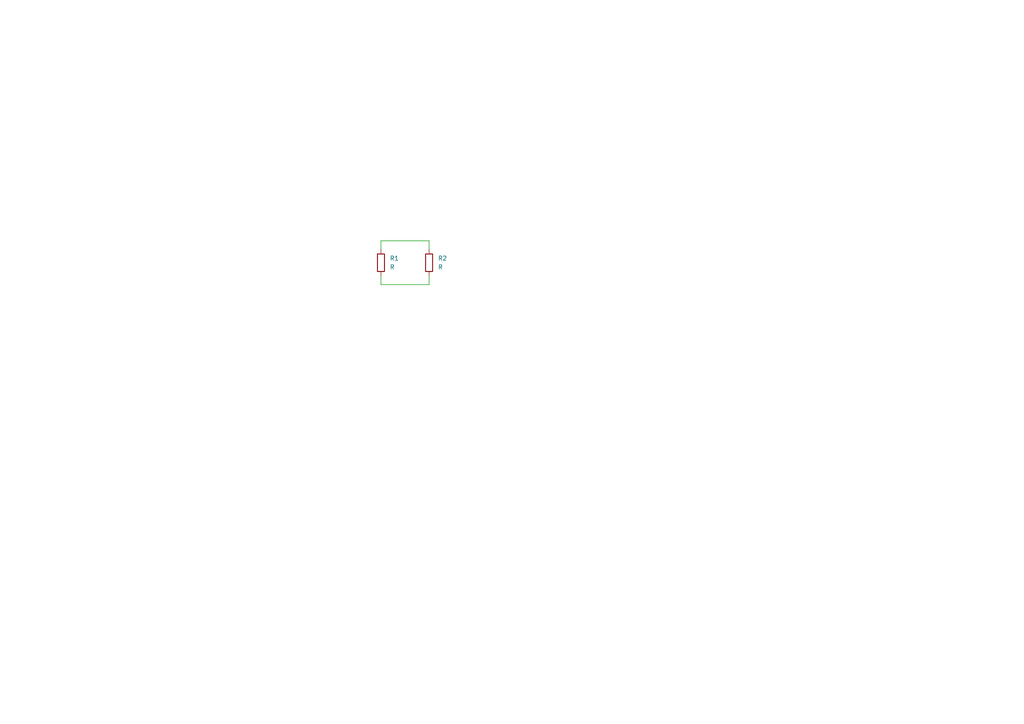
<source format=kicad_sch>
(kicad_sch (version 20250114) (generator "eeschema") (generator_version "9.0")
  (paper "A4")
  (lib_symbols
    (symbol "Device:R" (pin_numbers (hide yes)) (pin_names (offset 0))
      (property "Reference" "R" (at 2.032 0 90))
      (property "Value" "R" (at 0 0 90))
      (symbol "R_0_1"
        (rectangle (start -1.016 -2.54) (end 1.016 2.54) (stroke (width 0.254)))
      )
      (symbol "R_1_1"
        (pin passive line (at 0 3.81 270) (length 1.27) (name "~") (number "1"))
        (pin passive line (at 0 -3.81 90) (length 1.27) (name "~") (number "2"))
      )
    )
  )
  (wire (pts (xy 124.46 80.01) (xy 124.46 82.55)))
  (wire (pts (xy 124.46 82.55) (xy 110.49 82.55)))
  (wire (pts (xy 124.46 69.85) (xy 124.46 72.39)))
  (wire (pts (xy 110.49 69.85) (xy 124.46 69.85)))
  (wire (pts (xy 110.49 69.85) (xy 110.49 72.39)))
  (wire (pts (xy 110.49 80.01) (xy 110.49 82.55)))
  (symbol (lib_id "Device:R") (at 110.49 76.2 0) (unit 1)
    (property "Reference" "R1" (at 113.03 74.9299 0) (effects (justify left)))
    (property "Value" "R" (at 113.03 77.4699 0) (effects (justify left)))
    (property "Footprint" "Resistor_SMD:R_1210_3225Metric_Pad1.30x2.65mm_HandSolder" (effects (hide yes)))
    (property "Description" "Resistor" (effects (hide yes)))
  )
  (symbol (lib_id "Device:R") (at 124.46 76.2 0) (unit 1)
    (property "Reference" "R2" (at 127 74.9299 0) (effects (justify left)))
    (property "Value" "R" (at 127 77.4699 0) (effects (justify left)))
    (property "Footprint" "Resistor_SMD:R_1210_3225Metric_Pad1.30x2.65mm_HandSolder" (effects (hide yes)))
    (property "Description" "Resistor" (effects (hide yes)))
  )
)
</source>
